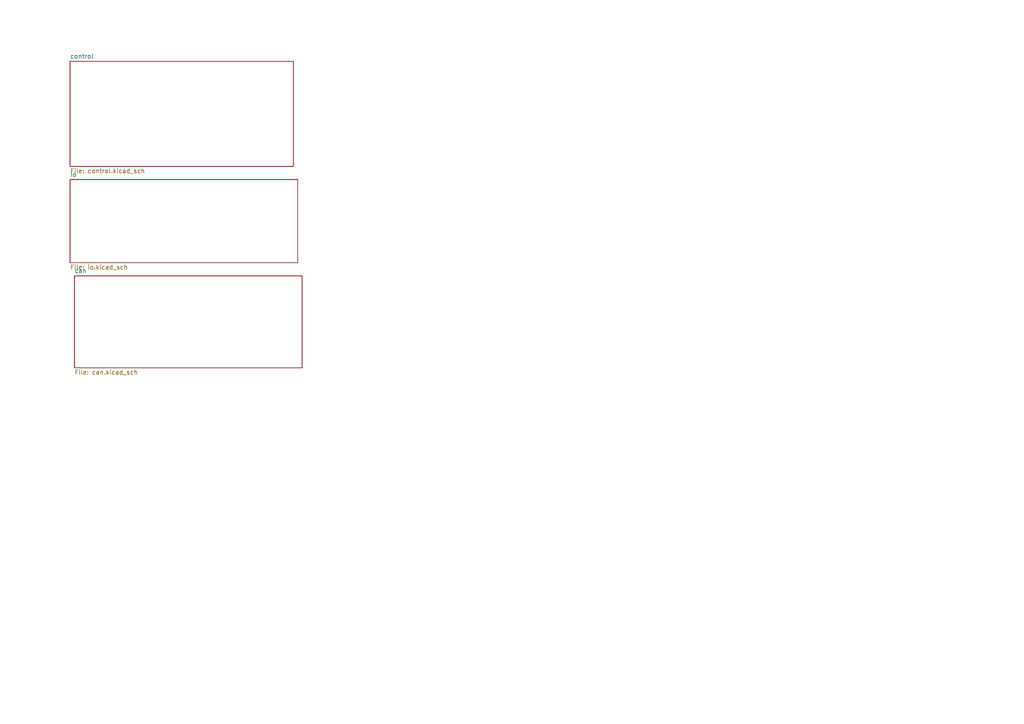
<source format=kicad_sch>
(kicad_sch (version 20230121) (generator eeschema)
  (paper "A4")
  (lib_symbols)
  (sheet (at 20.32 52.07) (size 66.04 24.13) (stroke (width 0.1524))
    (property "Sheetname" "io" (at 20.32 51.3584 0) (effects (justify left bottom)))
    (property "Sheetfile" "io.kicad_sch" (at 20.32 76.7846 0) (effects (justify left top)))
  )
  (sheet (at 21.59 80.01) (size 66.04 26.67) (stroke (width 0.1524))
    (property "Sheetname" "can" (at 21.59 79.2984 0) (effects (justify left bottom)))
    (property "Sheetfile" "can.kicad_sch" (at 21.59 107.2646 0) (effects (justify left top)))
  )
  (sheet (at 20.32 17.78) (size 64.77 30.48) (stroke (width 0.1524))
    (property "Sheetname" "control" (at 20.32 17.0684 0) (effects (justify left bottom)))
    (property "Sheetfile" "control.kicad_sch" (at 20.32 48.8446 0) (effects (justify left top)))
  )
)
</source>
